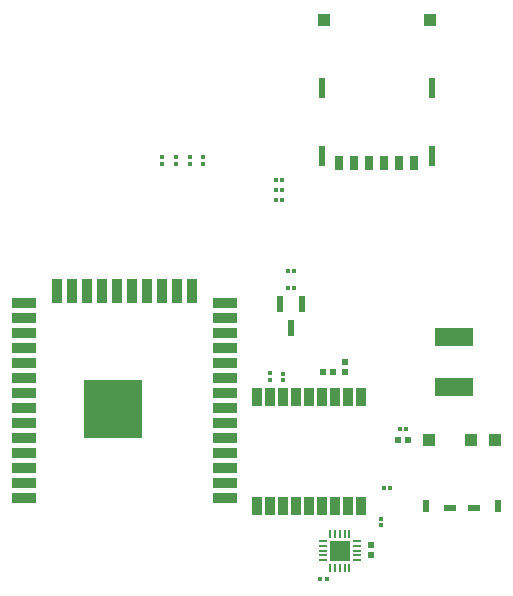
<source format=gbp>
G04*
G04 #@! TF.GenerationSoftware,Altium Limited,Altium Designer,20.0.1 (14)*
G04*
G04 Layer_Color=128*
%FSLAX44Y44*%
%MOMM*%
G71*
G01*
G75*
%ADD25R,0.5300X0.5500*%
%ADD29R,3.2000X1.5000*%
%ADD31R,0.3000X0.4000*%
%ADD32R,0.4000X0.3000*%
%ADD52R,1.0000X1.0000*%
%ADD143R,1.0000X1.0300*%
%ADD144R,0.6500X1.3000*%
%ADD145R,0.4800X1.8000*%
%ADD146R,5.0000X5.0000*%
%ADD147R,2.0000X0.9000*%
%ADD148R,0.9000X2.0000*%
%ADD149R,0.6000X1.3500*%
%ADD150R,0.5500X0.5300*%
%ADD151R,0.5000X1.0000*%
%ADD152R,1.0000X0.5000*%
%ADD153R,0.8000X0.2000*%
%ADD154R,0.2000X0.8000*%
%ADD155R,1.7000X1.7000*%
%ADD156R,0.9000X1.6000*%
G36*
X82117Y136913D02*
X113765D01*
Y168573D01*
X82117D01*
Y136913D01*
D02*
G37*
D25*
X294894Y184278D02*
D03*
Y192658D02*
D03*
X316738Y29338D02*
D03*
Y37718D02*
D03*
D29*
X387378Y213532D02*
D03*
Y171532D02*
D03*
D31*
X236010Y329692D02*
D03*
X241510D02*
D03*
X246370Y269748D02*
D03*
X251870D02*
D03*
X241510Y338074D02*
D03*
X236010D02*
D03*
X241510Y346456D02*
D03*
X236010D02*
D03*
X246170Y255524D02*
D03*
X251670D02*
D03*
X341166Y135890D02*
D03*
X346666D02*
D03*
X333204Y85852D02*
D03*
X327704D02*
D03*
X279356Y8636D02*
D03*
X273856D02*
D03*
D32*
X231394Y183090D02*
D03*
Y177590D02*
D03*
X242316Y182836D02*
D03*
Y177336D02*
D03*
X325196Y60230D02*
D03*
Y54730D02*
D03*
X151459Y366246D02*
D03*
Y360746D02*
D03*
X174658Y366246D02*
D03*
Y360746D02*
D03*
X139860Y366246D02*
D03*
Y360746D02*
D03*
X163059Y366246D02*
D03*
Y360746D02*
D03*
D52*
X421700Y127060D02*
D03*
X365700D02*
D03*
X401700D02*
D03*
D143*
X276964Y482090D02*
D03*
X366264D02*
D03*
D144*
X353414Y361190D02*
D03*
X340714D02*
D03*
X328014D02*
D03*
X315314D02*
D03*
X302614D02*
D03*
X289914D02*
D03*
D145*
X274914Y367390D02*
D03*
X368214D02*
D03*
X274914Y424890D02*
D03*
X368214D02*
D03*
D146*
X97954Y152724D02*
D03*
D147*
X22954Y77724D02*
D03*
Y90424D02*
D03*
Y103124D02*
D03*
Y115824D02*
D03*
Y128524D02*
D03*
Y141224D02*
D03*
Y153924D02*
D03*
Y166624D02*
D03*
Y179324D02*
D03*
Y192024D02*
D03*
Y204724D02*
D03*
Y217424D02*
D03*
Y230124D02*
D03*
Y242824D02*
D03*
X192954D02*
D03*
Y230124D02*
D03*
Y217424D02*
D03*
Y204724D02*
D03*
Y192024D02*
D03*
Y179324D02*
D03*
Y166624D02*
D03*
Y153924D02*
D03*
Y141224D02*
D03*
Y128524D02*
D03*
Y115824D02*
D03*
Y103124D02*
D03*
Y90424D02*
D03*
Y77724D02*
D03*
D148*
X50804Y252824D02*
D03*
X63504D02*
D03*
X76204D02*
D03*
X88904D02*
D03*
X101604D02*
D03*
X114304D02*
D03*
X127004D02*
D03*
X139704D02*
D03*
X152404D02*
D03*
X165104D02*
D03*
D149*
X248768Y221554D02*
D03*
X258268Y241554D02*
D03*
X239268D02*
D03*
D150*
X276226Y183896D02*
D03*
X284606D02*
D03*
X348360Y126746D02*
D03*
X339980D02*
D03*
D151*
X424200Y71060D02*
D03*
X363200D02*
D03*
D152*
X404200Y69060D02*
D03*
X383200D02*
D03*
D153*
X304800Y28956D02*
D03*
Y32956D02*
D03*
Y36956D02*
D03*
Y40956D02*
D03*
X275800Y28956D02*
D03*
Y32956D02*
D03*
Y36956D02*
D03*
Y40956D02*
D03*
X304800Y24956D02*
D03*
X275800D02*
D03*
D154*
X290300Y18456D02*
D03*
Y47456D02*
D03*
X294300Y18456D02*
D03*
X298300D02*
D03*
X286300D02*
D03*
X282300D02*
D03*
X294300Y47456D02*
D03*
X298300D02*
D03*
X286300D02*
D03*
X282300D02*
D03*
D155*
X290300Y32956D02*
D03*
D156*
X308528Y71120D02*
D03*
X297528D02*
D03*
X286528D02*
D03*
X275528D02*
D03*
X264528D02*
D03*
X253528D02*
D03*
X242528D02*
D03*
X231528D02*
D03*
X220528D02*
D03*
X308528Y163120D02*
D03*
X297528D02*
D03*
X286528D02*
D03*
X275528D02*
D03*
X220528D02*
D03*
X231528D02*
D03*
X242528D02*
D03*
X253528D02*
D03*
X264528D02*
D03*
M02*

</source>
